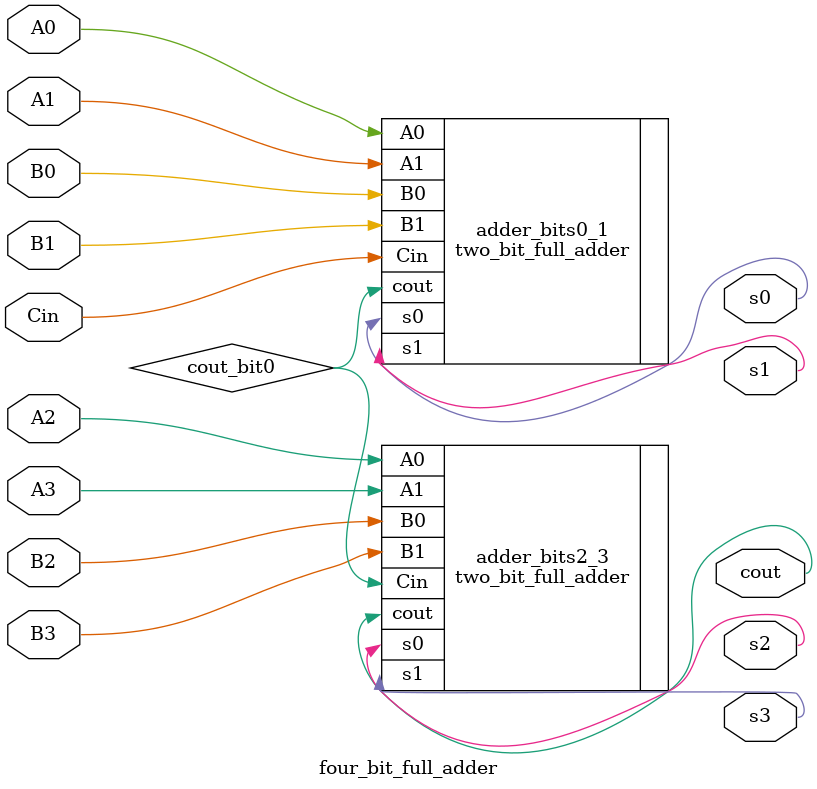
<source format=sv>
`timescale 1ns / 1ps

module four_bit_full_adder(
input logic A0, B0, A1, B1, A2, B2, A3, B3, Cin,
output logic s0, s1, s2, s3, cout
    );

    logic cout_bit0;

    two_bit_full_adder adder_bits0_1 (.A0(A0), .B0(B0), .A1(A1), .B1(B1), .Cin(Cin), .s0(s0), .s1(s1), .cout(cout_bit0));
    two_bit_full_adder adder_bits2_3 (.A0(A2), .B0(B2), .A1(A3), .B1(B3), .Cin(cout_bit0), .s0(s2), .s1(s3), .cout(cout));
endmodule
    
    
  
</source>
